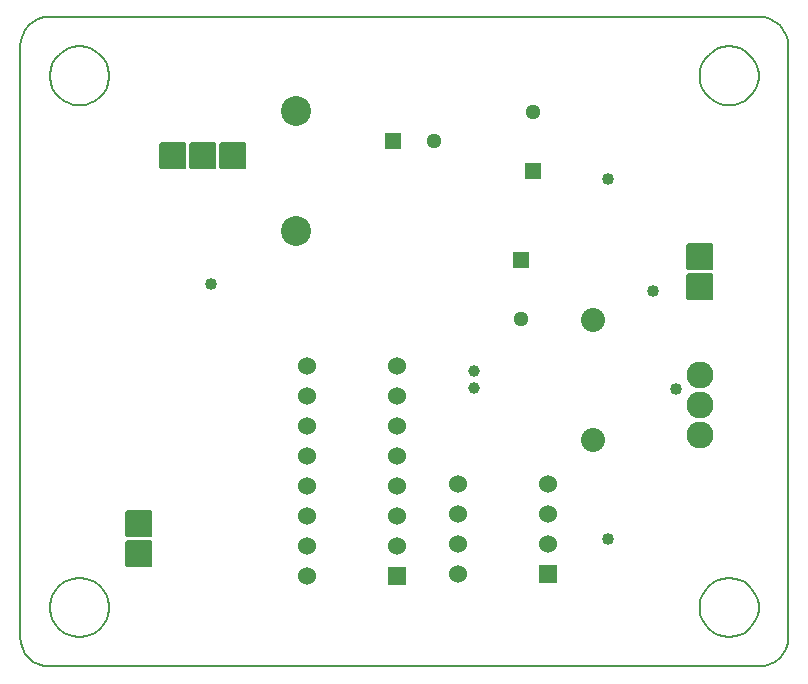
<source format=gbr>
G04 PROTEUS GERBER X2 FILE*
%TF.GenerationSoftware,Labcenter,Proteus,8.7-SP3-Build25561*%
%TF.CreationDate,2020-06-08T17:47:50+00:00*%
%TF.FileFunction,Soldermask,Bot*%
%TF.FilePolarity,Negative*%
%TF.Part,Single*%
%TF.SameCoordinates,{25e8a378-ae3c-4486-9c29-23821959b247}*%
%FSLAX45Y45*%
%MOMM*%
G01*
%TA.AperFunction,Material*%
%ADD32C,1.016000*%
%AMPPAD027*
4,1,36,
-1.143000,-1.016000,
-1.143000,1.016000,
-1.140470,1.041970,
-1.133200,1.065980,
-1.121650,1.087580,
-1.106290,1.106290,
-1.087570,1.121650,
-1.065980,1.133200,
-1.041970,1.140470,
-1.016000,1.143000,
1.016000,1.143000,
1.041970,1.140470,
1.065980,1.133200,
1.087570,1.121650,
1.106290,1.106290,
1.121650,1.087580,
1.133200,1.065980,
1.140470,1.041970,
1.143000,1.016000,
1.143000,-1.016000,
1.140470,-1.041970,
1.133200,-1.065980,
1.121650,-1.087580,
1.106290,-1.106290,
1.087570,-1.121650,
1.065980,-1.133200,
1.041970,-1.140470,
1.016000,-1.143000,
-1.016000,-1.143000,
-1.041970,-1.140470,
-1.065980,-1.133200,
-1.087570,-1.121650,
-1.106290,-1.106290,
-1.121650,-1.087580,
-1.133200,-1.065980,
-1.140470,-1.041970,
-1.143000,-1.016000,
0*%
%ADD33PPAD027*%
%TA.AperFunction,Material*%
%ADD35C,2.286000*%
%AMPPAD030*
4,1,36,
-0.762000,-0.635000,
-0.762000,0.635000,
-0.759470,0.660970,
-0.752200,0.684980,
-0.740650,0.706580,
-0.725290,0.725290,
-0.706570,0.740650,
-0.684980,0.752200,
-0.660970,0.759470,
-0.635000,0.762000,
0.635000,0.762000,
0.660970,0.759470,
0.684980,0.752200,
0.706570,0.740650,
0.725290,0.725290,
0.740650,0.706580,
0.752200,0.684980,
0.759470,0.660970,
0.762000,0.635000,
0.762000,-0.635000,
0.759470,-0.660970,
0.752200,-0.684980,
0.740650,-0.706580,
0.725290,-0.725290,
0.706570,-0.740650,
0.684980,-0.752200,
0.660970,-0.759470,
0.635000,-0.762000,
-0.635000,-0.762000,
-0.660970,-0.759470,
-0.684980,-0.752200,
-0.706570,-0.740650,
-0.725290,-0.725290,
-0.740650,-0.706580,
-0.752200,-0.684980,
-0.759470,-0.660970,
-0.762000,-0.635000,
0*%
%TA.AperFunction,Material*%
%ADD36PPAD030*%
%ADD37C,1.524000*%
%AMPPAD032*
4,1,4,
0.640000,0.640000,
0.640000,-0.640000,
-0.640000,-0.640000,
-0.640000,0.640000,
0.640000,0.640000,
0*%
%TA.AperFunction,Material*%
%ADD38PPAD032*%
%ADD39C,1.280000*%
%ADD41C,2.032000*%
%ADD42C,0.980000*%
%ADD45C,2.540000*%
%AMPPAD040*
4,1,36,
-1.016000,1.143000,
1.016000,1.143000,
1.041970,1.140470,
1.065980,1.133200,
1.087580,1.121650,
1.106290,1.106290,
1.121650,1.087570,
1.133200,1.065980,
1.140470,1.041970,
1.143000,1.016000,
1.143000,-1.016000,
1.140470,-1.041970,
1.133200,-1.065980,
1.121650,-1.087570,
1.106290,-1.106290,
1.087580,-1.121650,
1.065980,-1.133200,
1.041970,-1.140470,
1.016000,-1.143000,
-1.016000,-1.143000,
-1.041970,-1.140470,
-1.065980,-1.133200,
-1.087580,-1.121650,
-1.106290,-1.106290,
-1.121650,-1.087570,
-1.133200,-1.065980,
-1.140470,-1.041970,
-1.143000,-1.016000,
-1.143000,1.016000,
-1.140470,1.041970,
-1.133200,1.065980,
-1.121650,1.087570,
-1.106290,1.106290,
-1.087580,1.121650,
-1.065980,1.133200,
-1.041970,1.140470,
-1.016000,1.143000,
0*%
%TA.AperFunction,Material*%
%ADD46PPAD040*%
%TA.AperFunction,Profile*%
%ADD29C,0.203200*%
%TD.AperFunction*%
D32*
X-1524000Y+4127500D03*
X-1524000Y+1079500D03*
X-1143000Y+3175000D03*
X-4889500Y+3238500D03*
X-952500Y+2349500D03*
D33*
X-5500000Y+956000D03*
X-5500000Y+1210000D03*
X-750000Y+3210000D03*
X-750000Y+3464000D03*
D35*
X-750000Y+1956000D03*
X-750000Y+2464000D03*
X-750000Y+2210000D03*
D36*
X-3310000Y+766000D03*
D37*
X-3310000Y+1020000D03*
X-3310000Y+1274000D03*
X-3310000Y+1528000D03*
X-3310000Y+1782000D03*
X-3310000Y+2036000D03*
X-3310000Y+2290000D03*
X-3310000Y+2544000D03*
X-4072000Y+2544000D03*
X-4072000Y+2290000D03*
X-4072000Y+2036000D03*
X-4072000Y+1782000D03*
X-4072000Y+1528000D03*
X-4072000Y+1274000D03*
X-4072000Y+1020000D03*
X-4072000Y+766000D03*
D38*
X-2262000Y+3445000D03*
D39*
X-2262000Y+2945000D03*
D38*
X-2159000Y+4195000D03*
D39*
X-2159000Y+4695000D03*
D38*
X-3350000Y+4449000D03*
D39*
X-3000000Y+4449000D03*
D36*
X-2032000Y+782000D03*
D37*
X-2032000Y+1036000D03*
X-2032000Y+1290000D03*
X-2032000Y+1544000D03*
X-2794000Y+1544000D03*
X-2794000Y+1290000D03*
X-2794000Y+1036000D03*
X-2794000Y+782000D03*
D41*
X-1651000Y+2933000D03*
X-1651000Y+1917000D03*
D42*
X-2659000Y+2354000D03*
X-2659000Y+2504000D03*
D45*
X-4170000Y+4707000D03*
X-4170000Y+3691000D03*
D46*
X-5207000Y+4318000D03*
X-4953000Y+4318000D03*
X-4699000Y+4318000D03*
D29*
X-6500000Y+250000D02*
X-6495026Y+198883D01*
X-6480713Y+151611D01*
X-6457977Y+109100D01*
X-6427734Y+72266D01*
X-6390900Y+42023D01*
X-6348389Y+19287D01*
X-6301117Y+4974D01*
X-6250000Y+0D01*
X-6500000Y+5250000D02*
X-6495026Y+5301117D01*
X-6480713Y+5348389D01*
X-6457977Y+5390900D01*
X-6427734Y+5427734D01*
X-6390900Y+5457977D01*
X-6348389Y+5480713D01*
X-6301117Y+5495026D01*
X-6250000Y+5500000D01*
X-250000Y+5500000D02*
X-198883Y+5495026D01*
X-151611Y+5480713D01*
X-109100Y+5457977D01*
X-72266Y+5427734D01*
X-42023Y+5390900D01*
X-19287Y+5348389D01*
X-4974Y+5301117D01*
X+0Y+5250000D01*
X-250000Y+0D02*
X-198883Y+4974D01*
X-151611Y+19287D01*
X-109100Y+42023D01*
X-72266Y+72266D01*
X-42023Y+109100D01*
X-19287Y+151611D01*
X-4974Y+198883D01*
X+0Y+250000D01*
X-5750000Y+5000000D02*
X-5750815Y+5020171D01*
X-5757434Y+5060514D01*
X-5771247Y+5100857D01*
X-5793693Y+5141200D01*
X-5827990Y+5181418D01*
X-5868333Y+5212518D01*
X-5908676Y+5232723D01*
X-5949019Y+5244747D01*
X-5989362Y+5249774D01*
X-6000000Y+5250000D01*
X-6250000Y+5000000D02*
X-6249185Y+5020171D01*
X-6242566Y+5060514D01*
X-6228753Y+5100857D01*
X-6206307Y+5141200D01*
X-6172010Y+5181418D01*
X-6131667Y+5212518D01*
X-6091324Y+5232723D01*
X-6050981Y+5244747D01*
X-6010638Y+5249774D01*
X-6000000Y+5250000D01*
X-6250000Y+5000000D02*
X-6249185Y+4979829D01*
X-6242566Y+4939486D01*
X-6228753Y+4899143D01*
X-6206307Y+4858800D01*
X-6172010Y+4818582D01*
X-6131667Y+4787482D01*
X-6091324Y+4767277D01*
X-6050981Y+4755253D01*
X-6010638Y+4750226D01*
X-6000000Y+4750000D01*
X-5750000Y+5000000D02*
X-5750815Y+4979829D01*
X-5757434Y+4939486D01*
X-5771247Y+4899143D01*
X-5793693Y+4858800D01*
X-5827990Y+4818582D01*
X-5868333Y+4787482D01*
X-5908676Y+4767277D01*
X-5949019Y+4755253D01*
X-5989362Y+4750226D01*
X-6000000Y+4750000D01*
X-250000Y+5000000D02*
X-250815Y+5020171D01*
X-257434Y+5060514D01*
X-271247Y+5100857D01*
X-293693Y+5141200D01*
X-327990Y+5181418D01*
X-368333Y+5212518D01*
X-408676Y+5232723D01*
X-449019Y+5244747D01*
X-489362Y+5249774D01*
X-500000Y+5250000D01*
X-750000Y+5000000D02*
X-749185Y+5020171D01*
X-742566Y+5060514D01*
X-728753Y+5100857D01*
X-706307Y+5141200D01*
X-672010Y+5181418D01*
X-631667Y+5212518D01*
X-591324Y+5232723D01*
X-550981Y+5244747D01*
X-510638Y+5249774D01*
X-500000Y+5250000D01*
X-750000Y+5000000D02*
X-749185Y+4979829D01*
X-742566Y+4939486D01*
X-728753Y+4899143D01*
X-706307Y+4858800D01*
X-672010Y+4818582D01*
X-631667Y+4787482D01*
X-591324Y+4767277D01*
X-550981Y+4755253D01*
X-510638Y+4750226D01*
X-500000Y+4750000D01*
X-250000Y+5000000D02*
X-250815Y+4979829D01*
X-257434Y+4939486D01*
X-271247Y+4899143D01*
X-293693Y+4858800D01*
X-327990Y+4818582D01*
X-368333Y+4787482D01*
X-408676Y+4767277D01*
X-449019Y+4755253D01*
X-489362Y+4750226D01*
X-500000Y+4750000D01*
X-250000Y+500000D02*
X-250815Y+520171D01*
X-257434Y+560514D01*
X-271247Y+600857D01*
X-293693Y+641200D01*
X-327990Y+681418D01*
X-368333Y+712518D01*
X-408676Y+732723D01*
X-449019Y+744747D01*
X-489362Y+749774D01*
X-500000Y+750000D01*
X-750000Y+500000D02*
X-749185Y+520171D01*
X-742566Y+560514D01*
X-728753Y+600857D01*
X-706307Y+641200D01*
X-672010Y+681418D01*
X-631667Y+712518D01*
X-591324Y+732723D01*
X-550981Y+744747D01*
X-510638Y+749774D01*
X-500000Y+750000D01*
X-750000Y+500000D02*
X-749185Y+479829D01*
X-742566Y+439486D01*
X-728753Y+399143D01*
X-706307Y+358800D01*
X-672010Y+318582D01*
X-631667Y+287482D01*
X-591324Y+267277D01*
X-550981Y+255253D01*
X-510638Y+250226D01*
X-500000Y+250000D01*
X-250000Y+500000D02*
X-250815Y+479829D01*
X-257434Y+439486D01*
X-271247Y+399143D01*
X-293693Y+358800D01*
X-327990Y+318582D01*
X-368333Y+287482D01*
X-408676Y+267277D01*
X-449019Y+255253D01*
X-489362Y+250226D01*
X-500000Y+250000D01*
X-5750000Y+500000D02*
X-5750815Y+520171D01*
X-5757434Y+560514D01*
X-5771247Y+600857D01*
X-5793693Y+641200D01*
X-5827990Y+681418D01*
X-5868333Y+712518D01*
X-5908676Y+732723D01*
X-5949019Y+744747D01*
X-5989362Y+749774D01*
X-6000000Y+750000D01*
X-6250000Y+500000D02*
X-6249185Y+520171D01*
X-6242566Y+560514D01*
X-6228753Y+600857D01*
X-6206307Y+641200D01*
X-6172010Y+681418D01*
X-6131667Y+712518D01*
X-6091324Y+732723D01*
X-6050981Y+744747D01*
X-6010638Y+749774D01*
X-6000000Y+750000D01*
X-6250000Y+500000D02*
X-6249185Y+479829D01*
X-6242566Y+439486D01*
X-6228753Y+399143D01*
X-6206307Y+358800D01*
X-6172010Y+318582D01*
X-6131667Y+287482D01*
X-6091324Y+267277D01*
X-6050981Y+255253D01*
X-6010638Y+250226D01*
X-6000000Y+250000D01*
X-5750000Y+500000D02*
X-5750815Y+479829D01*
X-5757434Y+439486D01*
X-5771247Y+399143D01*
X-5793693Y+358800D01*
X-5827990Y+318582D01*
X-5868333Y+287482D01*
X-5908676Y+267277D01*
X-5949019Y+255253D01*
X-5989362Y+250226D01*
X-6000000Y+250000D01*
X-6500000Y+250000D02*
X-6500000Y+5250000D01*
X-6250000Y+5500000D02*
X-250000Y+5500000D01*
X+0Y+5250000D02*
X+0Y+250000D01*
X-250000Y+0D02*
X-6250000Y+0D01*
M02*

</source>
